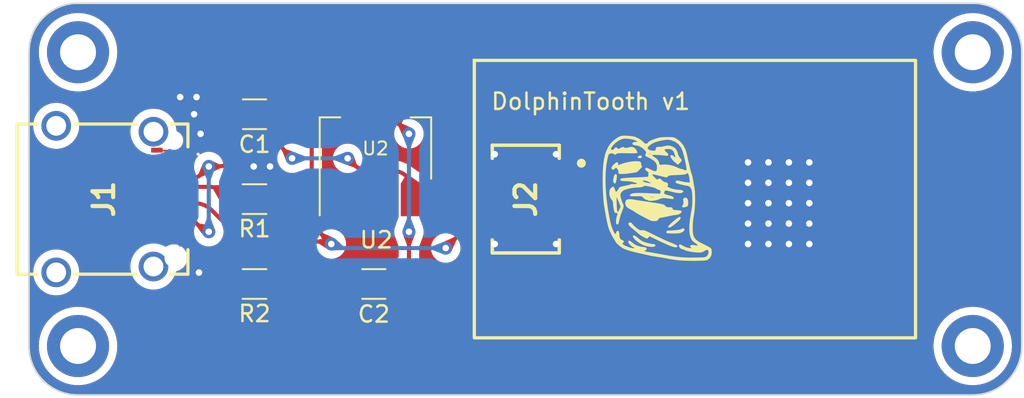
<source format=kicad_pcb>
(kicad_pcb (version 20221018) (generator pcbnew)
  (layers (0 "F.Cu" signal) (31 "B.Cu" signal) (34 "B.Paste" user) (35 "F.Paste" user) (36 "B.SilkS" user "B.Silkscreen") (37 "F.SilkS" user "F.Silkscreen") (38 "B.Mask" user) (39 "F.Mask" user) (44 "Edge.Cuts" user))
  (net 0 "")
  (net 1 "GND")
  (net 2 "Net-(U2-VO)")
  (net 3 "Net-(J1-CC1)")
  (net 5 "Net-(J1-CC2)")
  (net 14 "Net-(J1-VBUS_1)")
  (net 17 "Net-(J1-D+_1)")
  (net 18 "Net-(J1-D-_1)")
  (footprint "Resistor_SMD:R_1206_3216Metric" (layer "F.Cu") (at 122.8 97 180)
    (fp_text reference "R1" (at 0 -1.82) (layer "F.SilkS"))
    (fp_text value "5.1k")
    (pad "1" smd roundrect (at -1.4625 0 180) (size 1.125 1.75) (layers "F.Cu" "F.Paste" "F.Mask") (roundrect_rratio 0.2222222222) (net 1 "GND"))
    (pad "2" smd roundrect (at 1.4625 0 180) (size 1.125 1.75) (layers "F.Cu" "F.Paste" "F.Mask") (roundrect_rratio 0.2222222222) (net 3 "Net-(J1-CC1)"))
  )
  (footprint "SamacSys_Parts:sma" (layer "F.Cu") (at 147.2 97)
    (fp_text reference "" (at 0 0) (layer "F.SilkS") (effects (font (size 1.5 1.5) (thickness 0.3))))
    (fp_text value "LOGO" hide)
  )
  (footprint "Capacitor_SMD:C_1206_3216Metric" (layer "F.Cu") (at 130.1 102.2 180)
    (fp_text reference "C2" (at 0 -1.85) (layer "F.SilkS"))
    (fp_text value "22uf")
    (pad "1" smd roundrect (at -1.475 0 180) (size 1.15 1.8) (layers "F.Cu" "F.Paste" "F.Mask") (roundrect_rratio 0.2173913043) (net 2 "Net-(U2-VO)"))
    (pad "2" smd roundrect (at 1.475 0 180) (size 1.15 1.8) (layers "F.Cu" "F.Paste" "F.Mask") (roundrect_rratio 0.2173913043) (net 1 "GND"))
  )
  (footprint "Resistor_SMD:R_1206_3216Metric" (layer "F.Cu") (at 122.8 102.2 180)
    (fp_text reference "R2" (at 0 -1.82) (layer "F.SilkS"))
    (fp_text value "5.1k")
    (pad "1" smd roundrect (at -1.4625 0 180) (size 1.125 1.75) (layers "F.Cu" "F.Paste" "F.Mask") (roundrect_rratio 0.2222222222) (net 1 "GND"))
    (pad "2" smd roundrect (at 1.4625 0 180) (size 1.125 1.75) (layers "F.Cu" "F.Paste" "F.Mask") (roundrect_rratio 0.2222222222) (net 5 "Net-(J1-CC2)"))
  )
  (footprint "MountingHole:MountingHole_2.2mm_M2_DIN965_Pad" (layer "F.Cu") (at 166.75 106)
    (fp_text reference "" (at 0 -2.9) (layer "F.SilkS"))
    (fp_text value "MountingHole_2.2mm_M2_DIN965_Pad" hide)
    (pad "1" thru_hole circle (at 0 0) (size 3.8 3.8) (drill 2.2) (layers "*.Cu" "*.Mask"))
  )
  (footprint "MountingHole:MountingHole_2.2mm_M2_DIN965_Pad" (layer "F.Cu") (at 166.75 88)
    (fp_text reference "" (at 0 -2.9) (layer "F.SilkS"))
    (fp_text value "MountingHole_2.2mm_M2_DIN965_Pad" hide)
    (pad "1" thru_hole circle (at 0 0) (size 3.8 3.8) (drill 2.2) (layers "*.Cu" "*.Mask"))
  )
  (footprint "SamacSys_Parts:12401598E42A" (layer "F.Cu") (at 113.5 97 -90)
    (fp_text reference "J1" (at 0 -0.075 -90) (layer "F.SilkS") (effects (font (size 1.27 1.27) (thickness 0.254))))
    (fp_text value "12401598E4#2A" hide)
    (pad "" np_thru_hole circle (at -3.6 -4.365 270) (size 0.65 0.65) (drill 0.65) (layers "*.Cu" "*.Mask"))
    (pad "" np_thru_hole circle (at 3.6 -4.365 270) (size 1.15 1.15) (drill 1.15) (layers "*.Cu" "*.Mask"))
    (pad "A1" smd rect (at -2.75 -5.025 270) (size 0.3 0.7) (layers "F.Cu" "F.Paste" "F.Mask") (net 1 "GND"))
    (pad "A2" smd rect (at -2.25 -5.025 270) (size 0.3 0.7) (layers "F.Cu" "F.Paste" "F.Mask"))
    (pad "A3" smd rect (at -1.75 -5.025 270) (size 0.3 0.7) (layers "F.Cu" "F.Paste" "F.Mask"))
    (pad "A4" smd rect (at -1.25 -5.025 270) (size 0.3 0.7) (layers "F.Cu" "F.Paste" "F.Mask") (net 14 "Net-(J1-VBUS_1)"))
    (pad "A5" smd rect (at -0.75 -5.025 270) (size 0.3 0.7) (layers "F.Cu" "F.Paste" "F.Mask") (net 3 "Net-(J1-CC1)"))
    (pad "A6" smd rect (at -0.25 -5.025 270) (size 0.3 0.7) (layers "F.Cu" "F.Paste" "F.Mask") (net 17 "Net-(J1-D+_1)"))
    (pad "A7" smd rect (at 0.25 -5.025 270) (size 0.3 0.7) (layers "F.Cu" "F.Paste" "F.Mask") (net 18 "Net-(J1-D-_1)"))
    (pad "A8" smd rect (at 0.75 -5.025 270) (size 0.3 0.7) (layers "F.Cu" "F.Paste" "F.Mask"))
    (pad "A9" smd rect (at 1.25 -5.025 270) (size 0.3 0.7) (layers "F.Cu" "F.Paste" "F.Mask") (net 14 "Net-(J1-VBUS_1)"))
    (pad "A10" smd rect (at 1.75 -5.025 270) (size 0.3 0.7) (layers "F.Cu" "F.Paste" "F.Mask"))
    (pad "A11" smd rect (at 2.25 -5.025 270) (size 0.3 0.7) (layers "F.Cu" "F.Paste" "F.Mask"))
    (pad "A12" smd rect (at 2.75 -5.025 270) (size 0.3 0.7) (layers "F.Cu" "F.Paste" "F.Mask") (net 1 "GND"))
    (pad "B1" smd rect (at 2.5 -3.325 270) (size 0.3 0.7) (layers "F.Cu" "F.Paste" "F.Mask") (net 1 "GND"))
    (pad "B2" smd rect (at 2 -3.325 270) (size 0.3 0.7) (layers "F.Cu" "F.Paste" "F.Mask"))
    (pad "B3" smd rect (at 1.5 -3.325 270) (size 0.3 0.7) (layers "F.Cu" "F.Paste" "F.Mask"))
    (pad "B4" smd rect (at 1 -3.325 270) (size 0.3 0.7) (layers "F.Cu" "F.Paste" "F.Mask") (net 14 "Net-(J1-VBUS_1)"))
    (pad "B5" smd rect (at 0.5 -3.325 270) (size 0.3 0.7) (layers "F.Cu" "F.Paste" "F.Mask") (net 5 "Net-(J1-CC2)"))
    (pad "B6" smd rect (at 0 -3.325 270) (size 0.3 0.7) (layers "F.Cu" "F.Paste" "F.Mask") (net 17 "Net-(J1-D+_1)"))
    (pad "B7" smd rect (at -0.5 -3.325 270) (size 0.3 0.7) (layers "F.Cu" "F.Paste" "F.Mask") (net 18 "Net-(J1-D-_1)"))
    (pad "B8" smd rect (at -1 -3.325 270) (size 0.3 0.7) (layers "F.Cu" "F.Paste" "F.Mask"))
    (pad "B9" smd rect (at -1.5 -3.325 270) (size 0.3 0.7) (layers "F.Cu" "F.Paste" "F.Mask") (net 14 "Net-(J1-VBUS_1)"))
    (pad "B10" smd rect (at -2 -3.325 270) (size 0.3 0.7) (layers "F.Cu" "F.Paste" "F.Mask"))
    (pad "B11" smd rect (at -2.5 -3.325 270) (size 0.3 0.7) (layers "F.Cu" "F.Paste" "F.Mask"))
    (pad "B12" smd rect (at -3 -3.325 270) (size 0.3 0.7) (layers "F.Cu" "F.Paste" "F.Mask") (net 1 "GND"))
    (pad "MH1" thru_hole circle (at -4.13 -3.115 270) (size 1.815 1.815) (drill 1.21) (layers "*.Cu" "*.Mask"))
    (pad "MH2" thru_hole circle (at 4.13 -3.115 270) (size 1.815 1.815) (drill 1.21) (layers "*.Cu" "*.Mask"))
    (pad "MH3" thru_hole circle (at 4.49 2.835 270) (size 1.815 1.815) (drill 1.21) (layers "*.Cu" "*.Mask"))
    (pad "MH4" thru_hole circle (at -4.49 2.835 270) (size 1.815 1.815) (drill 1.21) (layers "*.Cu" "*.Mask"))
  )
  (footprint "Capacitor_SMD:C_1206_3216Metric" (layer "F.Cu") (at 122.8 91.8 180)
    (fp_text reference "C1" (at 0 -1.85) (layer "F.SilkS"))
    (fp_text value "10uf")
    (pad "1" smd roundrect (at -1.475 0 180) (size 1.15 1.8) (layers "F.Cu" "F.Paste" "F.Mask") (roundrect_rratio 0.2173913043) (net 14 "Net-(J1-VBUS_1)"))
    (pad "2" smd roundrect (at 1.475 0 180) (size 1.15 1.8) (layers "F.Cu" "F.Paste" "F.Mask") (roundrect_rratio 0.2173913043) (net 1 "GND"))
  )
  (footprint "Package_TO_SOT_SMD:SOT-223-3_TabPin2" (layer "F.Cu") (at 130.2 93.9 90)
    (fp_text reference "U2" hide)
    (fp_text value "AZ1117-3.3")
    (fp_text user "${REFERENCE}" (at 0 0) (layer "F.SilkS") (effects (font (size 0.8 0.8) (thickness 0.12))))
    (pad "1" smd rect (at -3.15 -2.3 90) (size 2 1.5) (layers "F.Cu" "F.Paste" "F.Mask") (net 1 "GND"))
    (pad "2" smd rect (at -3.15 0 90) (size 2 1.5) (layers "F.Cu" "F.Paste" "F.Mask") (net 2 "Net-(U2-VO)"))
    (pad "2" smd rect (at 3.15 0 90) (size 2 3.8) (layers "F.Cu" "F.Paste" "F.Mask") (net 2 "Net-(U2-VO)"))
    (pad "3" smd rect (at -3.15 2.3 90) (size 2 1.5) (layers "F.Cu" "F.Paste" "F.Mask") (net 14 "Net-(J1-VBUS_1)"))
  )
  (footprint "SamacSys_Parts:541020164" (layer "F.Cu") (at 139.4 97 90)
    (fp_text reference "J2" (at 0 0 90) (layer "F.SilkS") (effects (font (size 1.27 1.27) (thickness 0.254))))
    (fp_text value "54102-0164" hide)
    (pad "1" smd rect (at 1.75 2.3 90) (size 0.3 1.2) (layers "F.Cu" "F.Paste" "F.Mask") (net 1 "GND"))
    (pad "2" smd rect (at 1.25 2.3 90) (size 0.3 1.2) (layers "F.Cu" "F.Paste" "F.Mask"))
    (pad "3" smd rect (at 0.75 2.3 90) (size 0.3 1.2) (layers "F.Cu" "F.Paste" "F.Mask"))
    (pad "4" smd rect (at 0.25 2.3 90) (size 0.3 1.2) (layers "F.Cu" "F.Paste" "F.Mask"))
    (pad "5" smd rect (at -0.25 2.3 90) (size 0.3 1.2) (layers "F.Cu" "F.Paste" "F.Mask"))
    (pad "6" smd rect (at -0.75 2.3 90) (size 0.3 1.2) (layers "F.Cu" "F.Paste" "F.Mask") (net 2 "Net-(U2-VO)"))
    (pad "7" smd rect (at -1.25 2.3 90) (size 0.3 1.2) (layers "F.Cu" "F.Paste" "F.Mask") (net 2 "Net-(U2-VO)"))
    (pad "8" smd rect (at -1.75 2.3 90) (size 0.3 1.2) (layers "F.Cu" "F.Paste" "F.Mask") (net 1 "GND"))
    (pad "9" smd rect (at -1.75 -2.3 90) (size 0.3 1.2) (layers "F.Cu" "F.Paste" "F.Mask") (net 1 "GND"))
    (pad "10" smd rect (at -1.25 -2.3 90) (size 0.3 1.2) (layers "F.Cu" "F.Paste" "F.Mask") (net 18 "Net-(J1-D-_1)"))
    (pad "11" smd rect (at -0.75 -2.3 90) (size 0.3 1.2) (layers "F.Cu" "F.Paste" "F.Mask") (net 17 "Net-(J1-D+_1)"))
    (pad "12" smd rect (at -0.25 -2.3 90) (size 0.3 1.2) (layers "F.Cu" "F.Paste" "F.Mask"))
    (pad "13" smd rect (at 0.25 -2.3 90) (size 0.3 1.2) (layers "F.Cu" "F.Paste" "F.Mask") (net 2 "Net-(U2-VO)"))
    (pad "14" smd rect (at 0.75 -2.3 90) (size 0.3 1.2) (layers "F.Cu" "F.Paste" "F.Mask"))
    (pad "15" smd rect (at 1.25 -2.3 90) (size 0.3 1.2) (layers "F.Cu" "F.Paste" "F.Mask"))
    (pad "16" smd rect (at 1.75 -2.3 90) (size 0.3 1.2) (layers "F.Cu" "F.Paste" "F.Mask") (net 1 "GND"))
  )
  (footprint "MountingHole:MountingHole_2.2mm_M2_DIN965_Pad" (layer "F.Cu") (at 112 88)
    (fp_text reference "" (at 0 -2.9) (layer "F.SilkS"))
    (fp_text value "MountingHole_2.2mm_M2_DIN965_Pad" hide)
    (pad "1" thru_hole circle (at 0 0) (size 3.8 3.8) (drill 2.2) (layers "*.Cu" "*.Mask"))
  )
  (footprint "MountingHole:MountingHole_2.2mm_M2_DIN965_Pad" (layer "F.Cu") (at 112 106)
    (fp_text reference "" (at 0 -2.9) (layer "F.SilkS"))
    (fp_text value "MountingHole_2.2mm_M2_DIN965_Pad" hide)
    (pad "1" thru_hole circle (at 0 0) (size 3.8 3.8) (drill 2.2) (layers "*.Cu" "*.Mask"))
  )
  (gr_rect (start 136.25 88.5) (end 163.25 105.5) (stroke (width 0.2)) (fill none) (layer "F.SilkS"))
  (gr_circle (center 142.8 94.8) (end 143 94.8) (stroke (width 0.15)) (fill solid) (layer "F.SilkS"))
  (gr_line (start 169.75 105.999999) (end 169.75 87.999999) (stroke (width 0.1)) (layer "Edge.Cuts"))
  (gr_line (start 112 85) (end 166.75 84.999999) (stroke (width 0.1)) (layer "Edge.Cuts"))
  (gr_arc (start 166.75 84.999999) (mid 168.87132 85.878679) (end 169.75 87.999999) (stroke (width 0.1)) (layer "Edge.Cuts"))
  (gr_arc (start 109 88) (mid 109.87868 85.87868) (end 112 85) (stroke (width 0.1)) (layer "Edge.Cuts"))
  (gr_arc (start 112 109) (mid 109.87868 108.12132) (end 109 106) (stroke (width 0.1)) (layer "Edge.Cuts"))
  (gr_line (start 109 106) (end 109 88) (stroke (width 0.1)) (layer "Edge.Cuts"))
  (gr_arc (start 169.75 105.999999) (mid 168.87132 108.121319) (end 166.75 108.999999) (stroke (width 0.1)) (layer "Edge.Cuts"))
  (gr_line (start 112 109) (end 166.75 108.999999) (stroke (width 0.1)) (layer "Edge.Cuts"))
  (gr_text "DolphinTooth v1" (at 137.2 91.6) (layer "F.SilkS") (effects (font (size 1 1)) (justify left bottom)))
  (gr_text "U2\n" (at 130.25 99.5) (layer "F.SilkS") (effects (font (size 1 1))))
  (segment (start 118.525 94.25) (end 117.907331 94.25) (width 0.1) (layer "F.Cu") (net 1))
  (segment (start 137.1 99.067157) (end 137.1 98.75) (width 0.25) (layer "F.Cu") (net 1))
  (segment (start 137.5 99.75) (end 137.3 99.55) (width 0.25) (layer "F.Cu") (net 1))
  (segment (start 119.4 101.5) (end 119.4 101.0625) (width 0.1) (layer "F.Cu") (net 1))
  (segment (start 141.7 94.975) (end 141.7 95.25) (width 0.25) (layer "F.Cu") (net 1))
  (segment (start 121.325 91.125) (end 121.325 91.75) (width 0.25) (layer "F.Cu") (net 1))
  (segment (start 117.648223 99.5) (end 116.825 99.5) (width 0.1) (layer "F.Cu") (net 1))
  (segment (start 119.1 91.8) (end 118.8125 92.0875) (width 0.1) (layer "F.Cu") (net 1))
  (segment (start 137.1 94.932842) (end 137.1 95.25) (width 0.25) (layer "F.Cu") (net 1))
  (segment (start 141.505545 94.505545) (end 141.25 94.25) (width 0.25) (layer "F.Cu") (net 1))
  (segment (start 118.525 94.25) (end 118.525 92.781586) (width 0.1) (layer "F.Cu") (net 1))
  (segment (start 119.09064 100.31564) (end 118.525 99.75) (width 0.1) (layer "F.Cu") (net 1))
  (segment (start 141.7 99.025) (end 141.7 98.75) (width 0.25) (layer "F.Cu") (net 1))
  (segment (start 118.251776 99.75) (end 118.525 99.75) (width 0.1) (layer "F.Cu") (net 1))
  (segment (start 141.25 99.75) (end 141.505545 99.494454) (width 0.25) (layer "F.Cu") (net 1))
  (segment (start 117.370168 94.0275) (end 116.825 94.0275) (width 0.1) (layer "F.Cu") (net 1))
  (segment (start 137.5 94.25) (end 137.3 94.45) (width 0.25) (layer "F.Cu") (net 1))
  (via (at 154.25 94.75) (size 0.8) (drill 0.4) (layers "F.Cu" "B.Cu") (net 1))
  (via (at 156.75 97.25) (size 0.8) (drill 0.4) (layers "F.Cu" "B.Cu") (net 1))
  (via (at 154.25 97.25) (size 0.8) (drill 0.4) (layers "F.Cu" "B.Cu") (net 1))
  (via (at 123.75 95) (size 0.8) (drill 0.4) (layers "F.Cu" "B.Cu") (net 1))
  (via (at 137.5 94.25) (size 0.8) (drill 0.4) (layers "F.Cu" "B.Cu") (net 1))
  (via (at 153 97.25) (size 0.8) (drill 0.4) (layers "F.Cu" "B.Cu") (net 1))
  (via (at 153 96) (size 0.8) (drill 0.4) (layers "F.Cu" "B.Cu") (net 1))
  (via (at 156.75 98.5) (size 0.8) (drill 0.4) (layers "F.Cu" "B.Cu") (net 1))
  (via (at 154.25 96) (size 0.8) (drill 0.4) (layers "F.Cu" "B.Cu") (net 1))
  (via (at 153 99.75) (size 0.8) (drill 0.4) (layers "F.Cu" "B.Cu") (net 1))
  (via (at 155.5 96) (size 0.8) (drill 0.4) (layers "F.Cu" "B.Cu") (net 1))
  (via (at 118.25 90.75) (size 0.8) (drill 0.4) (layers "F.Cu" "B.Cu") (net 1))
  (via (at 154.25 98.5) (size 0.8) (drill 0.4) (layers "F.Cu" "B.Cu") (net 1))
  (via (at 153 94.75) (size 0.8) (drill 0.4) (layers "F.Cu" "B.Cu") (net 1))
  (via (at 155.5 99.75) (size 0.8) (drill 0.4) (layers "F.Cu" "B.Cu") (net 1))
  (via (at 119.4 101.5) (size 0.8) (drill 0.4) (layers "F.Cu" "B.Cu") (net 1))
  (via (at 141.25 94.25) (size 0.8) (drill 0.4) (layers "F.Cu" "B.Cu") (net 1))
  (via (at 122.75 95) (size 0.8) (drill 0.4) (layers "F.Cu" "B.Cu") (net 1))
  (via (at 156.75 96) (size 0.8) (drill 0.4) (layers "F.Cu" "B.Cu") (net 1))
  (via (at 153 98.5) (size 0.8) (drill 0.4) (layers "F.Cu" "B.Cu") (net 1))
  (via (at 156.75 94.75) (size 0.8) (drill 0.4) (layers "F.Cu" "B.Cu") (net 1))
  (via (at 119.25 90.75) (size 0.8) (drill 0.4) (layers "F.Cu" "B.Cu") (net 1))
  (via (at 155.5 94.75) (size 0.8) (drill 0.4) (layers "F.Cu" "B.Cu") (net 1))
  (via (at 119.1 91.8) (size 0.8) (drill 0.4) (layers "F.Cu" "B.Cu") (net 1))
  (via (at 137.5 99.75) (size 0.8) (drill 0.4) (layers "F.Cu" "B.Cu") (net 1))
  (via (at 141.25 99.75) (size 0.8) (drill 0.4) (layers "F.Cu" "B.Cu") (net 1))
  (via (at 155.5 98.5) (size 0.8) (drill 0.4) (layers "F.Cu" "B.Cu") (net 1))
  (via (at 156.75 99.75) (size 0.8) (drill 0.4) (layers "F.Cu" "B.Cu") (net 1))
  (via (at 119.5 93) (size 0.8) (drill 0.4) (layers "F.Cu" "B.Cu") (net 1))
  (via (at 155.5 97.25) (size 0.8) (drill 0.4) (layers "F.Cu" "B.Cu") (net 1))
  (via (at 154.25 99.75) (size 0.8) (drill 0.4) (layers "F.Cu" "B.Cu") (net 1))
  (arc (start 137.1 99.067157) (mid 137.151978 99.328469) (end 137.3 99.55) (width 0.25) (layer "F.Cu") (net 1))
  (arc (start 137.3 94.45) (mid 137.151978 94.671529) (end 137.1 94.932842) (width 0.25) (layer "F.Cu") (net 1))
  (arc (start 117.63875 94.13875) (mid 117.515523 94.056412) (end 117.370168 94.0275) (width 0.1) (layer "F.Cu") (net 1))
  (arc (start 141.7 99.025) (mid 141.649462 99.279066) (end 141.505545 99.494454) (width 0.25) (layer "F.Cu") (net 1))
  (arc (start 119.09064 100.31564) (mid 119.319599 100.658302) (end 119.4 101.0625) (width 0.1) (layer "F.Cu") (net 1))
  (arc (start 117.95 99.625) (mid 118.088456 99.717513) (end 118.251776 99.75) (width 0.1) (layer "F.Cu") (net 1))
  (arc (start 117.63875 94.13875) (mid 117.761976 94.221087) (end 117.907331 94.25) (width 0.1) (layer "F.Cu") (net 1))
  (arc (start 118.8125 92.0875) (mid 118.599718 92.405949) (end 118.525 92.781586) (width 0.1) (layer "F.Cu") (net 1))
  (arc (start 141.505545 94.505545) (mid 141.649462 94.720932) (end 141.7 94.975) (width 0.25) (layer "F.Cu") (net 1))
  (arc (start 117.95 99.625) (mid 117.811543 99.532486) (end 117.648223 99.5) (width 0.1) (layer "F.Cu") (net 1))
  (segment (start 140.375 94.25) (end 138.625 94.25) (width 0.25) (layer "B.Cu") (net 1))
  (segment (start 137.5 94.25) (end 138.625 94.25) (width 0.25) (layer "B.Cu") (net 1))
  (segment (start 137.5 99.75) (end 141.25 99.75) (width 0.25) (layer "B.Cu") (net 1))
  (segment (start 140.375 94.25) (end 141.25 94.25) (width 0.25) (layer "B.Cu") (net 1))
  (segment (start 132.25 93) (end 130.27071 91.02071) (width 0.25) (layer "F.Cu") (net 2))
  (segment (start 131.5 102.071966) (end 131.5 101.75) (width 0.25) (layer "F.Cu") (net 2))
  (segment (start 141.225 98.25) (end 141.7 98.25) (width 0.25) (layer "F.Cu") (net 2))
  (segment (start 130.2 90.85) (end 130.2 90.75) (width 0.25) (layer "F.Cu") (net 2))
  (segment (start 139.4 98.575) (end 139.4 98.999999) (width 0.25) (layer "F.Cu") (net 2))
  (segment (start 139.117157 100.682842) (end 138.5 101.3) (width 0.25) (layer "F.Cu") (net 2))
  (segment (start 138.318198 97.068198) (end 139.099479 97.849479) (width 0.25) (layer "F.Cu") (net 2))
  (segment (start 139.682842 99.317157) (end 140.414124 98.585875) (width 0.25) (layer "F.Cu") (net 2))
  (segment (start 132.25 99) (end 132.25 101.047702) (width 0.25) (layer "F.Cu") (net 2))
  (segment (start 139.4 98.575) (end 139.4 100) (width 0.25) (layer "F.Cu") (net 2))
  (segment (start 139.4 98.999999) (end 140.278768 98.121231) (width 0.25) (layer "F.Cu") (net 2))
  (segment (start 131.6125 102.1625) (end 131.9125 101.8625) (width 0.25) (layer "F.Cu") (net 2))
  (segment (start 141.175 97.75) (end 141.7 97.75) (width 0.25) (layer "F.Cu") (net 2))
  (segment (start 137.55 96.75) (end 137.1 96.75) (width 0.25) (layer "F.Cu") (net 2))
  (segment (start 131.628033 102.2) (end 136.327207 102.2) (width 0.25) (layer "F.Cu") (net 2))
  (via (at 132.25 99) (size 0.8) (drill 0.4) (layers "F.Cu" "B.Cu") (net 2))
  (via (at 132.25 93) (size 0.8) (drill 0.4) (layers "F.Cu" "B.Cu") (net 2))
  (arc (start 131.628033 102.2) (mid 131.579036 102.190254) (end 131.5375 102.1625) (width 0.25) (layer "F.Cu") (net 2))
  (arc (start 139.4 100) (mid 139.326491 100.369551) (end 139.117157 100.682842) (width 0.25) (layer "F.Cu") (net 2))
  (arc (start 139.4 98.575) (mid 139.321897 98.182351) (end 139.099479 97.849479) (width 0.25) (layer "F.Cu") (net 2))
  (arc (start 131.5375 102.1625) (mid 131.575 102.178033) (end 131.6125 102.1625) (width 0.25) (layer "F.Cu") (net 2))
  (arc (start 139.099479 97.849479) (mid 139.321897 98.182351) (end 139.4 98.575) (width 0.25) (layer "F.Cu") (net 2))
  (arc (start 141.225 98.25) (mid 140.786157 98.337291) (end 140.414124 98.585875) (width 0.25) (layer "F.Cu") (net 2))
  (arc (start 132.25 101.047702) (mid 132.162286 101.488667) (end 131.9125 101.8625) (width 0.25) (layer "F.Cu") (net 2))
  (arc (start 130.2 90.85) (mid 130.218376 90.942387) (end 130.27071 91.02071) (width 0.25) (layer "F.Cu") (net 2))
  (arc (start 131.5 102.071966) (mid 131.509745 102.120962) (end 131.5375 102.1625) (width 0.25) (layer "F.Cu") (net 2))
  (arc (start 138.5 101.3) (mid 137.503114 101.966097) (end 136.327207 102.2) (width 0.25) (layer "F.Cu") (net 2))
  (arc (start 138.318198 97.068198) (mid 137.965745 96.832696) (end 137.55 96.75) (width 0.25) (layer "F.Cu") (net 2))
  (arc (start 139.117157 100.682842) (mid 139.326491 100.369551) (end 139.4 100) (width 0.25) (layer "F.Cu") (net 2))
  (arc (start 131.6125 102.1625) (mid 131.607738 102.186439) (end 131.628033 102.2) (width 0.25) (layer "F.Cu") (net 2))
  (arc (start 139.682842 99.317157) (mid 139.473508 99.630448) (end 139.4 100) (width 0.25) (layer "F.Cu") (net 2))
  (arc (start 141.175 97.75) (mid 140.689963 97.846479) (end 140.278768 98.121231) (width 0.25) (layer "F.Cu") (net 2))
  (segment (start 132.25 93) (end 132.25 99) (width 0.25) (layer "B.Cu") (net 2))
  (segment (start 120.9625 96.625) (end 121.3375 97) (width 0.25) (layer "F.Cu") (net 3))
  (segment (start 120.057169 96.25) (end 118.525 96.25) (width 0.25) (layer "F.Cu") (net 3))
  (arc (start 120.9625 96.625) (mid 120.54713 96.347459) (end 120.057169 96.25) (width 0.25) (layer "F.Cu") (net 3))
  (segment (start 120.9375 102.6) (end 121.3375 102.2) (width 0.25) (layer "F.Cu") (net 5))
  (segment (start 115.549999 98.249999) (end 116.114384 97.685615) (width 0.25) (layer "F.Cu") (net 5))
  (segment (start 114.8 100.06066) (end 114.8 101.292893) (width 0.25) (layer "F.Cu") (net 5))
  (segment (start 116.507106 103) (end 119.971814 103) (width 0.25) (layer "F.Cu") (net 5))
  (segment (start 116.5625 97.5) (end 116.825 97.5) (width 0.25) (layer "F.Cu") (net 5))
  (arc (start 115.549999 98.249999) (mid 114.994918 99.080737) (end 114.8 100.06066) (width 0.25) (layer "F.Cu") (net 5))
  (arc (start 120.9375 102.6) (mid 120.494439 102.896043) (end 119.971814 103) (width 0.25) (layer "F.Cu") (net 5))
  (arc (start 116.5625 97.5) (mid 116.319981 97.548239) (end 116.114384 97.685615) (width 0.25) (layer "F.Cu") (net 5))
  (arc (start 114.8 101.292893) (mid 114.929945 101.946174) (end 115.3 102.5) (width 0.25) (layer "F.Cu") (net 5))
  (arc (start 115.3 102.5) (mid 115.853825 102.870054) (end 116.507106 103) (width 0.25) (layer "F.Cu") (net 5))
  (segment (start 124.275 91.8) (end 121.455069 94.61993) (width 0.25) (layer "F.Cu") (net 14))
  (segment (start 132.5 96.525) (end 132.5 97.05) (width 0.25) (layer "F.Cu") (net 14))
  (segment (start 129.78033 95.25) (end 131.219669 95.25) (width 0.25) (layer "F.Cu") (net 14))
  (segment (start 117.448223 95.5) (end 116.825 95.5) (width 0.25) (layer "F.Cu") (net 14))
  (segment (start 132.125 95.625) (end 132.128768 95.628768) (width 0.25) (layer "F.Cu") (net 14))
  (segment (start 124.275 93.091636) (end 124.275 91.8) (width 0.25) (layer "F.Cu") (net 14))
  (segment (start 128.875 94.875) (end 128.5 94.5) (width 0.25) (layer "F.Cu") (net 14))
  (segment (start 124.6875 94.0875) (end 125.1 94.5) (width 0.25) (layer "F.Cu") (net 14))
  (segment (start 118.051776 95.75) (end 118.525 95.75) (width 0.25) (layer "F.Cu") (net 14))
  (segment (start 118.76875 98.25) (end 118.525 98.25) (width 0.25) (layer "F.Cu") (net 14))
  (segment (start 118.051776 98.25) (end 118.525 98.25) (width 0.25) (layer "F.Cu") (net 14))
  (segment (start 118.525 95.75) (end 118.8875 95.75) (width 0.25) (layer "F.Cu") (net 14))
  (segment (start 120 95) (end 120.5375 95) (width 0.25) (layer "F.Cu") (net 14))
  (segment (start 119.506326 95.493673) (end 120 95) (width 0.25) (layer "F.Cu") (net 14))
  (segment (start 119.184857 98.422357) (end 119.678531 98.916031) (width 0.25) (layer "F.Cu") (net 14))
  (segment (start 119.88125 99) (end 120 99) (width 0.25) (layer "F.Cu") (net 14))
  (segment (start 117.448223 98) (end 116.825 98) (width 0.25) (layer "F.Cu") (net 14))
  (via (at 120 99) (size 0.8) (drill 0.4) (layers "F.Cu" "B.Cu") (net 14))
  (via (at 125.1 94.5) (size 0.8) (drill 0.4) (layers "F.Cu" "B.Cu") (net 14))
  (via (at 128.5 94.5) (size 0.8) (drill 0.4) (layers "F.Cu" "B.Cu") (net 14))
  (via (at 120 95) (size 0.8) (drill 0.4) (layers "F.Cu" "B.Cu") (net 14))
  (arc (start 121.455069 94.61993) (mid 121.034085 94.901223) (end 120.5375 95) (width 0.25) (layer "F.Cu") (net 14))
  (arc (start 119.506326 95.493673) (mid 119.222406 95.683382) (end 118.8875 95.75) (width 0.25) (layer "F.Cu") (net 14))
  (arc (start 117.75 95.625) (mid 117.888456 95.717513) (end 118.051776 95.75) (width 0.25) (layer "F.Cu") (net 14))
  (arc (start 132.128768 95.628768) (mid 132.403519 96.039963) (end 132.5 96.525) (width 0.25) (layer "F.Cu") (net 14))
  (arc (start 117.75 98.125) (mid 117.888456 98.217513) (end 118.051776 98.25) (width 0.25) (layer "F.Cu") (net 14))
  (arc (start 117.75 98.125) (mid 117.611543 98.032486) (end 117.448223 98) (width 0.25) (layer "F.Cu") (net 14))
  (arc (start 117.75 95.625) (mid 117.611543 95.532486) (end 117.448223 95.5) (width 0.25) (layer "F.Cu") (net 14))
  (arc (start 124.275 93.091636) (mid 124.382205 93.630593) (end 124.6875 94.0875) (width 0.25) (layer "F.Cu") (net 14))
  (arc (start 132.125 95.625) (mid 131.70963 95.347459) (end 131.219669 95.25) (width 0.25) (layer "F.Cu") (net 14))
  (arc (start 119.678531 98.916031) (mid 119.771539 98.978177) (end 119.88125 99) (width 0.25) (layer "F.Cu") (net 14))
  (arc (start 128.875 94.875) (mid 129.290368 95.15254) (end 129.78033 95.25) (width 0.25) (layer "F.Cu") (net 14))
  (arc (start 119.184857 98.422357) (mid 118.993945 98.294794) (end 118.76875 98.25) (width 0.25) (layer "F.Cu") (net 14))
  (segment (start 125.1 94.5) (end 128.5 94.5) (width 0.25) (layer "B.Cu") (net 14))
  (segment (start 120 95) (end 120 99) (width 0.25) (layer "B.Cu") (net 14))
  (segment (start 134.75 91.528858) (end 134.75 95.274695) (width 0.25) (layer "F.Cu") (net 17))
  (segment (start 116.825 97) (end 116.2125 97) (width 0.25) (layer "F.Cu") (net 17))
  (segment (start 115.166897 96.566897) (end 114.9 96.3) (width 0.25) (layer "F.Cu") (net 17))
  (segment (start 136.65 97.75) (end 137.1 97.75) (width 0.25) (layer "F.Cu") (net 17))
  (segment (start 131.421141 88.2) (end 119.32132 88.2) (width 0.25) (layer "F.Cu") (net 17))
  (segment (start 118.051776 96.75) (end 118.525 96.75) (width 0.25) (layer "F.Cu") (net 17))
  (segment (start 117.448223 97) (end 116.825 97) (width 0.25) (layer "F.Cu") (net 17))
  (segment (start 114.2 93.32132) (end 114.2 94.61005) (width 0.25) (layer "F.Cu") (net 17))
  (segment (start 135.475 97.025) (end 135.881801 97.431801) (width 0.25) (layer "F.Cu") (net 17))
  (arc (start 115.7 89.7) (mid 114.589837 91.361475) (end 114.2 93.32132) (width 0.25) (layer "F.Cu") (net 17))
  (arc (start 118.051776 96.75) (mid 117.888456 96.782486) (end 117.75 96.875) (width 0.25) (layer "F.Cu") (net 17))
  (arc (start 114.2 94.61005) (mid 114.381924 95.524644) (end 114.9 96.3) (width 0.25) (layer "F.Cu") (net 17))
  (arc (start 119.32132 88.2) (mid 117.361475 88.589837) (end 115.7 89.7) (width 0.25) (layer "F.Cu") (net 17))
  (arc (start 133.775 89.175) (mid 132.69504 88.453394) (end 131.421141 88.2) (width 0.25) (layer "F.Cu") (net 17))
  (arc (start 133.775 89.175) (mid 134.496605 90.254959) (end 134.75 91.528858) (width 0.25) (layer "F.Cu") (net 17))
  (arc (start 117.75 96.875) (mid 117.611543 96.967513) (end 117.448223 97) (width 0.25) (layer "F.Cu") (net 17))
  (arc (start 115.166897 96.566897) (mid 115.646623 96.88744) (end 116.2125 97) (width 0.25) (layer "F.Cu") (net 17))
  (arc (start 134.75 95.274695) (mid 134.938421 96.221953) (end 135.475 97.025) (width 0.25) (layer "F.Cu") (net 17))
  (arc (start 135.881801 97.431801) (mid 136.234253 97.667302) (end 136.65 97.75) (width 0.25) (layer "F.Cu") (net 17))
  (segment (start 114.9 93.4625) (end 114.9 94.323438) (width 0.25) (layer "F.Cu") (net 18))
  (segment (start 136.675 98.25) (end 137.1 98.25) (width 0.25) (layer "F.Cu") (net 18))
  (segment (start 127.425 99.675) (end 127.5 99.75) (width 0.25) (layer "F.Cu") (net 18))
  (segment (start 126.3 91.489949) (end 126.3 97.701471) (width 0.25) (layer "F.Cu") (net 18))
  (segment (start 120.183102 97.683102) (end 120.925 98.425) (width 0.25) (layer "F.Cu") (net 18))
  (segment (start 115.5375 95.8625) (end 115.94519 96.27019) (width 0.25) (layer "F.Cu") (net 18))
  (segment (start 116.5 96.5) (end 116.825 96.5) (width 0.25) (layer "F.Cu") (net 18))
  (segment (start 135.949479 98.55052) (end 134.5 100) (width 0.25) (layer "F.Cu") (net 18))
  (segment (start 123.91005 89.1) (end 119.338477 89.1) (width 0.25) (layer "F.Cu") (net 18))
  (segment (start 127.243933 99.6) (end 123.7617 99.6) (width 0.25) (layer "F.Cu") (net 18))
  (segment (start 116.146275 90.453724) (end 116.2 90.4) (width 0.25) (layer "F.Cu") (net 18))
  (segment (start 126.9 99.15) (end 127.5 99.75) (width 0.25) (layer "F.Cu") (net 18))
  (segment (start 119.1375 97.25) (end 118.525 97.25) (width 0.25) (layer "F.Cu") (net 18))
  (via (at 127.5 99.75) (size 0.8) (drill 0.4) (layers "F.Cu" "B.Cu") (net 18))
  (via (at 134.5 100) (size 0.8) (drill 0.4) (layers "F.Cu" "B.Cu") (net 18))
  (arc (start 119.338477 89.1) (mid 117.639945 89.437858) (end 116.2 90.4) (width 0.25) (layer "F.Cu") (net 18))
  (arc (start 125.6 89.8) (mid 124.824644 89.281924) (end 123.91005 89.1) (width 0.25) (layer "F.Cu") (net 18))
  (arc (start 120.183102 97.683102) (mid 119.703375 97.362559) (end 119.1375 97.25) (width 0.25) (layer "F.Cu") (net 18))
  (arc (start 114.9 94.323438) (mid 115.06568 95.156372) (end 115.5375 95.8625) (width 0.25) (layer "F.Cu") (net 18))
  (arc (start 116.146275 90.453724) (mid 115.223896 91.834162) (end 114.9 93.4625) (width 0.25) (layer "F.Cu") (net 18))
  (arc (start 115.94519 96.27019) (mid 116.199739 96.440274) (end 116.5 96.5) (width 0.25) (layer "F.Cu") (net 18))
  (arc (start 125.6 89.8) (mid 126.118075 90.575355) (end 126.3 91.489949) (width 0.25) (layer "F.Cu") (net 18))
  (arc (start 120.925 98.425) (mid 122.226489 99.294627) (end 123.7617 99.6) (width 0.25) (layer "F.Cu") (net 18))
  (arc (start 126.3 97.701471) (mid 126.455934 98.485409) (end 126.9 99.15) (width 0.25) (layer "F.Cu") (net 18))
  (arc (start 136.675 98.25) (mid 136.282351 98.328102) (end 135.949479 98.55052) (width 0.25) (layer "F.Cu") (net 18))
  (arc (start 127.425 99.675) (mid 127.341925 99.619491) (end 127.243933 99.6) (width 0.25) (layer "F.Cu") (net 18))
  (segment (start 127.5 99.75) (end 127.625 99.875) (width 0.25) (layer "B.Cu") (net 18))
  (segment (start 134.5 100) (end 127.926776 100) (width 0.25) (layer "B.Cu") (net 18))
  (arc (start 127.625 99.875) (mid 127.763456 99.967513) (end 127.926776 100) (width 0.25) (layer "B.Cu") (net 18))
  (zone (net 1) (net_name "GND") (layer "F.Cu") (connect_pads (clearance 0.5)) (min_thickness 0.25) (fill yes (thermal_gap 0.5) (thermal_bridge_width 0.5))
    (polygon (pts (xy 108.8 84.8) (xy 169.9 84.8) (xy 169.9 109.2) (xy 108.8 109)))
  )
  (zone (net 1) (net_name "GND") (layer "B.Cu") (priority 1) (connect_pads (clearance 0.5)) (min_thickness 0.25) (fill yes (thermal_gap 0.5) (thermal_bridge_width 0.5))
    (polygon (pts (xy 108.8 84.8) (xy 108.8 109) (xy 169.9 109.2) (xy 169.9 84.8)))
  )
)
</source>
